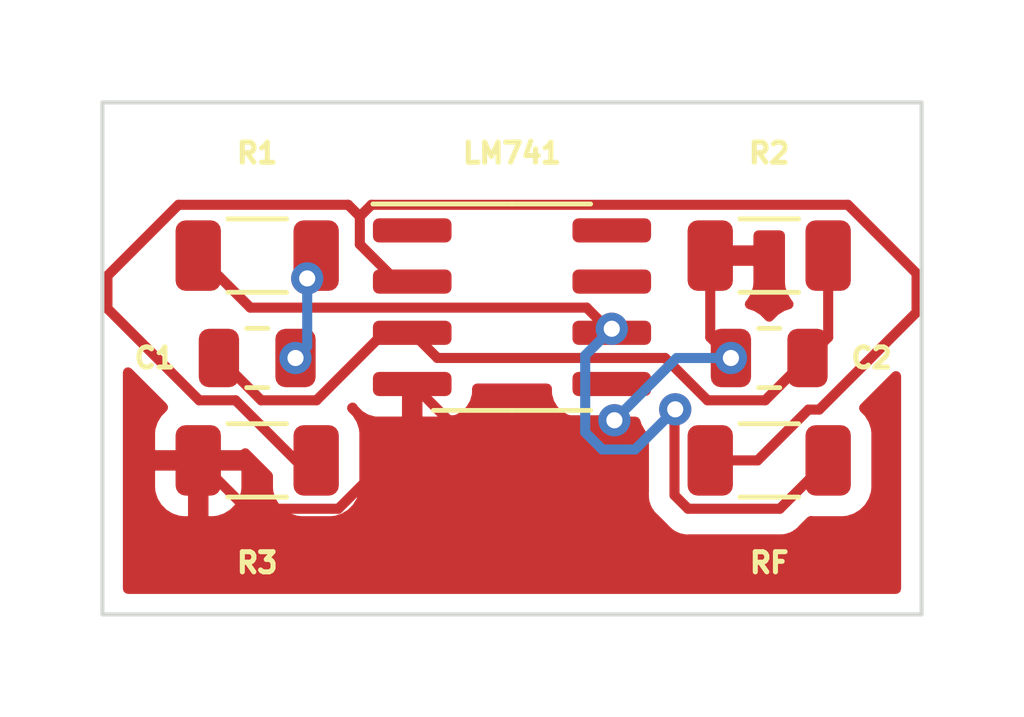
<source format=kicad_pcb>
(kicad_pcb (version 20211014) (generator pcbnew)
  (layers (0 "F.Cu" signal) (31 "B.Cu" signal) (34 "B.Paste" user) (35 "F.Paste" user) (36 "B.SilkS" user "B.Silkscreen") (37 "F.SilkS" user "F.Silkscreen") (38 "B.Mask" user) (39 "F.Mask" user) (44 "Edge.Cuts" user))
  (net 0 "")
  (net 1 "Net-(C1-Pad1)")
  (net 2 "GND")
  (net 5 "VCC")
  (net 7 "Net-(C1-Pad2)")
  (net 8 "Net-(R1-Pad2)")
  (net 9 "Net-(R3-Pad1)")
  (footprint "Package_SO:SOIC-8_3.9x4.9mm_P1.27mm" (layer "F.Cu") (at 124.46 83.82)
    (fp_text reference "U1" hide)
    (fp_text value "LM741" (at 0 -3.82) (layer "F.SilkS") (effects (font (size 0.5 0.5) (thickness 0.125))))
    (fp_line (start 0 -2.56) (end -3.45 -2.56) (layer "F.SilkS") (width 0.12))
    (fp_line (start 0 2.56) (end 1.95 2.56) (layer "F.SilkS") (width 0.12))
    (fp_line (start 0 -2.56) (end 1.95 -2.56) (layer "F.SilkS") (width 0.12))
    (fp_line (start 0 2.56) (end -1.95 2.56) (layer "F.SilkS") (width 0.12))
    (pad "1" smd roundrect (at -2.475 -1.905) (size 1.95 0.6) (layers "F.Cu" "F.Paste" "F.Mask"))
    (pad "2" smd roundrect (at -2.475 -0.635) (size 1.95 0.6) (layers "F.Cu" "F.Paste" "F.Mask") (net 9 "Net-(R3-Pad1)"))
    (pad "3" smd roundrect (at -2.475 0.635) (size 1.95 0.6) (layers "F.Cu" "F.Paste" "F.Mask") (net 7 "Net-(C1-Pad2)"))
    (pad "4" smd roundrect (at -2.475 1.905) (size 1.95 0.6) (layers "F.Cu" "F.Paste" "F.Mask") (net 2 "GND"))
    (pad "5" smd roundrect (at 2.475 1.905) (size 1.95 0.6) (layers "F.Cu" "F.Paste" "F.Mask"))
    (pad "6" smd roundrect (at 2.475 0.635) (size 1.95 0.6) (layers "F.Cu" "F.Paste" "F.Mask") (net 8 "Net-(R1-Pad2)"))
    (pad "7" smd roundrect (at 2.475 -0.635) (size 1.95 0.6) (layers "F.Cu" "F.Paste" "F.Mask") (net 5 "VCC"))
    (pad "8" smd roundrect (at 2.475 -1.905) (size 1.95 0.6) (layers "F.Cu" "F.Paste" "F.Mask"))
  )
  (footprint "Capacitor_SMD:C_0805_2012Metric" (layer "F.Cu") (at 118.14 85.08 180)
    (fp_text reference "C1" (at 2.54 0) (layer "F.SilkS") (effects (font (size 0.5 0.5) (thickness 0.125))))
    (fp_text value "1nF" hide)
    (fp_line (start -0.261252 0.735) (end 0.261252 0.735) (layer "F.SilkS") (width 0.12))
    (fp_line (start -0.261252 -0.735) (end 0.261252 -0.735) (layer "F.SilkS") (width 0.12))
    (pad "1" smd roundrect (at -0.95 0 180) (size 1 1.45) (layers "F.Cu" "F.Paste" "F.Mask") (net 1 "Net-(C1-Pad1)"))
    (pad "2" smd roundrect (at 0.95 0 180) (size 1 1.45) (layers "F.Cu" "F.Paste" "F.Mask") (net 7 "Net-(C1-Pad2)"))
  )
  (footprint "Resistor_SMD:R_1206_3216Metric" (layer "F.Cu") (at 130.84 82.54 180)
    (fp_text reference "R2" (at 0 2.54) (layer "F.SilkS") (effects (font (size 0.5 0.5) (thickness 0.125))))
    (fp_text value "3.18k" hide)
    (fp_line (start -0.727064 -0.91) (end 0.727064 -0.91) (layer "F.SilkS") (width 0.12))
    (fp_line (start -0.727064 0.91) (end 0.727064 0.91) (layer "F.SilkS") (width 0.12))
    (pad "1" smd roundrect (at -1.4625 0 180) (size 1.125 1.75) (layers "F.Cu" "F.Paste" "F.Mask") (roundrect_rratio 0.2222222222) (net 7 "Net-(C1-Pad2)"))
    (pad "2" smd roundrect (at 1.4625 0 180) (size 1.125 1.75) (layers "F.Cu" "F.Paste" "F.Mask") (roundrect_rratio 0.2222222222) (net 2 "GND"))
  )
  (footprint "Capacitor_SMD:C_0805_2012Metric" (layer "F.Cu") (at 130.84 85.08 180)
    (fp_text reference "C2" (at -2.54 0) (layer "F.SilkS") (effects (font (size 0.5 0.5) (thickness 0.125))))
    (fp_text value "1nF" hide)
    (fp_line (start -0.261252 0.735) (end 0.261252 0.735) (layer "F.SilkS") (width 0.12))
    (fp_line (start -0.261252 -0.735) (end 0.261252 -0.735) (layer "F.SilkS") (width 0.12))
    (pad "1" smd roundrect (at -0.95 0 180) (size 1 1.45) (layers "F.Cu" "F.Paste" "F.Mask") (net 7 "Net-(C1-Pad2)"))
    (pad "2" smd roundrect (at 0.95 0 180) (size 1 1.45) (layers "F.Cu" "F.Paste" "F.Mask") (net 2 "GND"))
  )
  (footprint "Resistor_SMD:R_1206_3216Metric" (layer "F.Cu") (at 130.84 87.62 180)
    (fp_text reference "RF" (at 0 -2.54) (layer "F.SilkS") (effects (font (size 0.5 0.5) (thickness 0.125))))
    (fp_text value "2.2k" hide)
    (fp_line (start -0.727064 0.91) (end 0.727064 0.91) (layer "F.SilkS") (width 0.12))
    (fp_line (start -0.727064 -0.91) (end 0.727064 -0.91) (layer "F.SilkS") (width 0.12))
    (pad "1" smd roundrect (at -1.4625 0 180) (size 1.125 1.75) (layers "F.Cu" "F.Paste" "F.Mask") (roundrect_rratio 0.2222222222) (net 8 "Net-(R1-Pad2)"))
    (pad "2" smd roundrect (at 1.4625 0 180) (size 1.125 1.75) (layers "F.Cu" "F.Paste" "F.Mask") (roundrect_rratio 0.2222222222) (net 9 "Net-(R3-Pad1)"))
  )
  (footprint "Resistor_SMD:R_1206_3216Metric" (layer "F.Cu") (at 118.14 87.62 180)
    (fp_text reference "R3" (at 0 -2.54) (layer "F.SilkS") (effects (font (size 0.5 0.5) (thickness 0.125))))
    (fp_text value "1k" hide)
    (fp_line (start -0.727064 0.91) (end 0.727064 0.91) (layer "F.SilkS") (width 0.12))
    (fp_line (start -0.727064 -0.91) (end 0.727064 -0.91) (layer "F.SilkS") (width 0.12))
    (pad "1" smd roundrect (at -1.4625 0 180) (size 1.125 1.75) (layers "F.Cu" "F.Paste" "F.Mask") (roundrect_rratio 0.2222222222) (net 9 "Net-(R3-Pad1)"))
    (pad "2" smd roundrect (at 1.4625 0 180) (size 1.125 1.75) (layers "F.Cu" "F.Paste" "F.Mask") (roundrect_rratio 0.2222222222) (net 2 "GND"))
  )
  (footprint "Resistor_SMD:R_1206_3216Metric" (layer "F.Cu") (at 118.14 82.54 180)
    (fp_text reference "R1" (at 0 2.54) (layer "F.SilkS") (effects (font (size 0.5 0.5) (thickness 0.125))))
    (fp_text value "3.18k" hide)
    (fp_line (start -0.727064 0.91) (end 0.727064 0.91) (layer "F.SilkS") (width 0.12))
    (fp_line (start -0.727064 -0.91) (end 0.727064 -0.91) (layer "F.SilkS") (width 0.12))
    (pad "1" smd roundrect (at -1.4625 0 180) (size 1.125 1.75) (layers "F.Cu" "F.Paste" "F.Mask") (roundrect_rratio 0.2222222222) (net 1 "Net-(C1-Pad1)"))
    (pad "2" smd roundrect (at 1.4625 0 180) (size 1.125 1.75) (layers "F.Cu" "F.Paste" "F.Mask") (roundrect_rratio 0.2222222222) (net 8 "Net-(R1-Pad2)"))
  )
  (gr_rect (start 114.3 78.74) (end 134.62 91.44) (layer "Edge.Cuts") (width 0.1) (fill none))
  (segment (start 119.6025 82.88348) (end 119.38 83.10598) (width 0.25) (layer "F.Cu") (net 1))
  (segment (start 119.6025 82.54) (end 119.6025 82.88348) (width 0.25) (layer "F.Cu") (net 1))
  (via (at 119.38 83.10598) (size 0.8) (drill 0.4) (layers "F.Cu" "B.Cu") (net 1))
  (via (at 119.09 85.08) (size 0.8) (drill 0.4) (layers "F.Cu" "B.Cu") (net 1))
  (segment (start 119.38 83.10598) (end 119.38 84.79) (width 0.25) (layer "B.Cu") (net 1))
  (segment (start 119.38 84.79) (end 119.09 85.08) (width 0.25) (layer "B.Cu") (net 1))
  (segment (start 122.8845 86.6245) (end 127 86.6245) (width 0.25) (layer "F.Cu") (net 2))
  (segment (start 121.985 85.725) (end 122.8845 86.6245) (width 0.25) (layer "F.Cu") (net 2))
  (segment (start 129.3775 84.5675) (end 129.89 85.08) (width 0.25) (layer "F.Cu") (net 2))
  (segment (start 116.6775 87.62) (end 117.87702 88.81952) (width 0.25) (layer "F.Cu") (net 2))
  (segment (start 117.87702 88.81952) (end 120.152973 88.81952) (width 0.25) (layer "F.Cu") (net 2))
  (segment (start 120.152973 88.81952) (end 121.985 86.987493) (width 0.25) (layer "F.Cu") (net 2))
  (segment (start 121.985 86.987493) (end 121.985 85.725) (width 0.25) (layer "F.Cu") (net 2))
  (segment (start 129.3775 82.54) (end 129.3775 84.5675) (width 0.25) (layer "F.Cu") (net 2))
  (via (at 129.89 85.08) (size 0.8) (drill 0.4) (layers "F.Cu" "B.Cu") (net 2))
  (via (at 127 86.6245) (size 0.8) (drill 0.4) (layers "F.Cu" "B.Cu") (net 2))
  (segment (start 128.5445 85.08) (end 129.89 85.08) (width 0.25) (layer "B.Cu") (net 2))
  (segment (start 127 86.6245) (end 128.5445 85.08) (width 0.25) (layer "B.Cu") (net 2))
  (segment (start 118.23952 86.12952) (end 119.61048 86.12952) (width 0.25) (layer "F.Cu") (net 7))
  (segment (start 132.3025 82.54) (end 132.3025 84.5675) (width 0.25) (layer "F.Cu") (net 7))
  (segment (start 129.30952 86.12952) (end 130.74048 86.12952) (width 0.25) (layer "F.Cu") (net 7))
  (segment (start 121.285 84.455) (end 121.985 84.455) (width 0.25) (layer "F.Cu") (net 7))
  (segment (start 122.60952 85.07952) (end 128.25952 85.07952) (width 0.25) (layer "F.Cu") (net 7))
  (segment (start 132.3025 84.5675) (end 131.79 85.08) (width 0.25) (layer "F.Cu") (net 7))
  (segment (start 121.985 84.455) (end 122.60952 85.07952) (width 0.25) (layer "F.Cu") (net 7))
  (segment (start 117.19 85.08) (end 118.23952 86.12952) (width 0.25) (layer "F.Cu") (net 7))
  (segment (start 128.25952 85.07952) (end 129.30952 86.12952) (width 0.25) (layer "F.Cu") (net 7))
  (segment (start 119.61048 86.12952) (end 121.285 84.455) (width 0.25) (layer "F.Cu") (net 7))
  (segment (start 130.74048 86.12952) (end 131.79 85.08) (width 0.25) (layer "F.Cu") (net 7))
  (segment (start 128.49048 88.482973) (end 128.49048 86.371182) (width 0.25) (layer "F.Cu") (net 8))
  (segment (start 126.31048 83.83048) (end 126.935 84.455) (width 0.25) (layer "F.Cu") (net 8))
  (segment (start 117.96798 83.83048) (end 126.31048 83.83048) (width 0.25) (layer "F.Cu") (net 8))
  (segment (start 132.3025 87.62) (end 131.10298 88.81952) (width 0.25) (layer "F.Cu") (net 8))
  (segment (start 128.49048 86.371182) (end 128.508532 86.35313) (width 0.25) (layer "F.Cu") (net 8))
  (segment (start 128.827027 88.81952) (end 128.49048 88.482973) (width 0.25) (layer "F.Cu") (net 8))
  (segment (start 116.6775 82.54) (end 117.96798 83.83048) (width 0.25) (layer "F.Cu") (net 8))
  (segment (start 131.10298 88.81952) (end 128.827027 88.81952) (width 0.25) (layer "F.Cu") (net 8))
  (via (at 128.508532 86.35313) (size 0.8) (drill 0.4) (layers "F.Cu" "B.Cu") (net 8))
  (via (at 126.935 84.35502) (size 0.8) (drill 0.4) (layers "F.Cu" "B.Cu") (net 8))
  (segment (start 126.275489 85.014531) (end 126.935 84.35502) (width 0.25) (layer "B.Cu") (net 8))
  (segment (start 128.508532 86.35313) (end 127.512651 87.349011) (width 0.25) (layer "B.Cu") (net 8))
  (segment (start 126.699897 87.349011) (end 126.275489 86.924603) (width 0.25) (layer "B.Cu") (net 8))
  (segment (start 126.275489 86.924603) (end 126.275489 85.014531) (width 0.25) (layer "B.Cu") (net 8))
  (segment (start 127.512651 87.349011) (end 126.699897 87.349011) (width 0.25) (layer "B.Cu") (net 8))
  (segment (start 116.702027 86.12952) (end 114.42502 83.852513) (width 0.25) (layer "F.Cu") (net 9))
  (segment (start 120.68548 81.568448) (end 120.68548 82.261552) (width 0.25) (layer "F.Cu") (net 9))
  (segment (start 119.6025 87.62) (end 119.094283 87.62) (width 0.25) (layer "F.Cu") (net 9))
  (segment (start 121.608928 83.185) (end 121.985 83.185) (width 0.25) (layer "F.Cu") (net 9))
  (segment (start 130.552507 87.62) (end 131.812507 86.36) (width 0.25) (layer "F.Cu") (net 9))
  (segment (start 131.812507 86.36) (end 132.08 86.36) (width 0.25) (layer "F.Cu") (net 9))
  (segment (start 116.187507 81.28) (end 120.397032 81.28) (width 0.25) (layer "F.Cu") (net 9))
  (segment (start 129.3775 87.62) (end 130.552507 87.62) (width 0.25) (layer "F.Cu") (net 9))
  (segment (start 120.68548 82.261552) (end 121.608928 83.185) (width 0.25) (layer "F.Cu") (net 9))
  (segment (start 134.49498 83.94502) (end 134.49498 82.982487) (width 0.25) (layer "F.Cu") (net 9))
  (segment (start 114.42502 83.852513) (end 114.42502 83.042487) (width 0.25) (layer "F.Cu") (net 9))
  (segment (start 120.397032 81.28) (end 120.68548 81.568448) (width 0.25) (layer "F.Cu") (net 9))
  (segment (start 114.42502 83.042487) (end 116.187507 81.28) (width 0.25) (layer "F.Cu") (net 9))
  (segment (start 134.49498 82.982487) (end 132.792493 81.28) (width 0.25) (layer "F.Cu") (net 9))
  (segment (start 132.08 86.36) (end 134.49498 83.94502) (width 0.25) (layer "F.Cu") (net 9))
  (segment (start 132.792493 81.28) (end 120.973928 81.28) (width 0.25) (layer "F.Cu") (net 9))
  (segment (start 117.603803 86.12952) (end 116.702027 86.12952) (width 0.25) (layer "F.Cu") (net 9))
  (segment (start 120.973928 81.28) (end 120.68548 81.568448) (width 0.25) (layer "F.Cu") (net 9))
  (segment (start 119.094283 87.62) (end 117.603803 86.12952) (width 0.25) (layer "F.Cu") (net 9))
  (zone (net 2) (net_name "GND") (layer "F.Cu") (connect_pads (clearance 0.508)) (min_thickness 0.254) (fill yes (thermal_gap 0.508) (thermal_bridge_width 0.508))
    (polygon (pts (xy 137.16 93.98) (xy 111.76 93.98) (xy 111.76 76.2) (xy 137.16 76.2)))
  )
)
</source>
